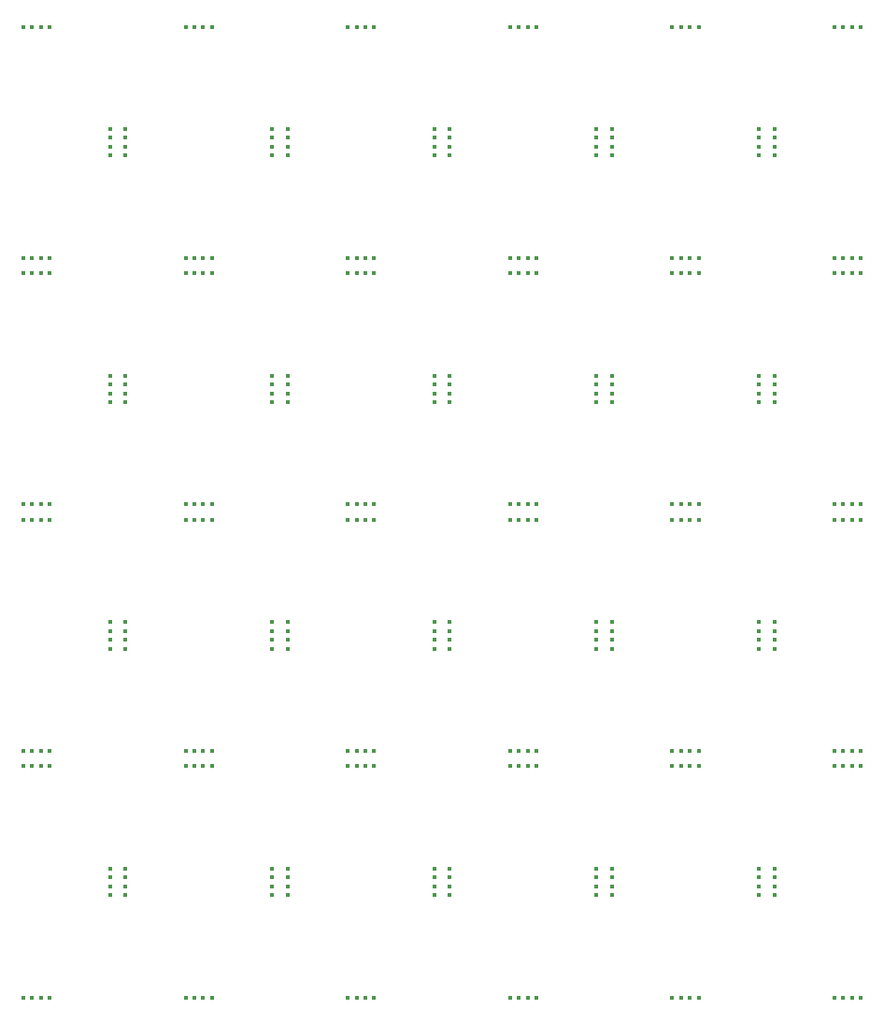
<source format=gbr>
%TF.GenerationSoftware,KiCad,Pcbnew,7.0.10-7.0.10~ubuntu22.04.1*%
%TF.CreationDate,2024-02-06T07:03:25+01:00*%
%TF.ProjectId,ManhattanPanels-SOIC16,4d616e68-6174-4746-916e-50616e656c73,rev?*%
%TF.SameCoordinates,Original*%
%TF.FileFunction,Soldermask,Bot*%
%TF.FilePolarity,Negative*%
%FSLAX46Y46*%
G04 Gerber Fmt 4.6, Leading zero omitted, Abs format (unit mm)*
G04 Created by KiCad (PCBNEW 7.0.10-7.0.10~ubuntu22.04.1) date 2024-02-06 07:03:25*
%MOMM*%
%LPD*%
G01*
G04 APERTURE LIST*
%ADD10C,0.400000*%
G04 APERTURE END LIST*
D10*
%TO.C,KiKit_MB_7_1*%
X125249978Y-46619508D03*
%TD*%
%TO.C,KiKit_MB_26_3*%
X119800000Y-58880000D03*
%TD*%
%TO.C,KiKit_MB_9_2*%
X147800000Y-36560000D03*
%TD*%
%TO.C,KiKit_MB_19_2*%
X170149978Y-46619565D03*
%TD*%
%TO.C,KiKit_MB_47_2*%
X111349979Y-91259565D03*
%TD*%
%TO.C,KiKit_MB_3_4*%
X112949978Y-46619678D03*
%TD*%
%TO.C,KiKit_MB_68_2*%
X112150000Y-92660000D03*
%TD*%
%TO.C,KiKit_MB_44_3*%
X185649978Y-68939622D03*
%TD*%
%TO.C,KiKit_MB_58_1*%
X157050000Y-70340000D03*
%TD*%
%TO.C,KiKit_MB_67_2*%
X118400000Y-103520000D03*
%TD*%
%TO.C,KiKit_MB_45_3*%
X118400000Y-80400000D03*
%TD*%
%TO.C,KiKit_MB_28_4*%
X125250000Y-48020000D03*
%TD*%
%TO.C,KiKit_MB_55_3*%
X141549978Y-91259622D03*
%TD*%
%TO.C,KiKit_MB_62_2*%
X170950000Y-70340000D03*
%TD*%
%TO.C,KiKit_MB_74_2*%
X134500000Y-102720000D03*
%TD*%
%TO.C,KiKit_MB_43_1*%
X186450000Y-48020000D03*
%TD*%
%TO.C,KiKit_MB_79_2*%
X162500000Y-103520000D03*
%TD*%
%TO.C,KiKit_MB_28_3*%
X126050000Y-48020000D03*
%TD*%
%TO.C,KiKit_MB_3_2*%
X111349979Y-46619565D03*
%TD*%
%TO.C,KiKit_MB_70_4*%
X119800000Y-104320000D03*
%TD*%
%TO.C,KiKit_MB_35_3*%
X162500000Y-58080000D03*
%TD*%
%TO.C,KiKit_MB_66_3*%
X185649978Y-91259622D03*
%TD*%
%TO.C,KiKit_MB_42_4*%
X178600000Y-59680000D03*
%TD*%
%TO.C,KiKit_MB_32_4*%
X139950000Y-48020000D03*
%TD*%
%TO.C,KiKit_MB_34_3*%
X149200000Y-58880000D03*
%TD*%
%TO.C,KiKit_MB_24_2*%
X112150000Y-48020000D03*
%TD*%
%TO.C,KiKit_MB_43_3*%
X184850000Y-48020000D03*
%TD*%
%TO.C,KiKit_MB_76_4*%
X139950000Y-92660000D03*
%TD*%
%TO.C,KiKit_MB_57_2*%
X162500000Y-81200000D03*
%TD*%
%TO.C,KiKit_MB_46_4*%
X110550000Y-70340000D03*
%TD*%
%TO.C,KiKit_MB_55_2*%
X140749978Y-91259565D03*
%TD*%
%TO.C,KiKit_MB_86_1*%
X178600000Y-101920000D03*
%TD*%
%TO.C,KiKit_MB_80_3*%
X155450000Y-92660000D03*
%TD*%
%TO.C,KiKit_MB_15_1*%
X154649978Y-46619508D03*
%TD*%
%TO.C,KiKit_MB_13_2*%
X162500000Y-36560000D03*
%TD*%
%TO.C,KiKit_MB_4_1*%
X119800000Y-34960000D03*
%TD*%
%TO.C,KiKit_MB_49_2*%
X133100000Y-81200000D03*
%TD*%
%TO.C,KiKit_MB_55_1*%
X139949978Y-91259508D03*
%TD*%
%TO.C,KiKit_MB_82_2*%
X163900000Y-102720000D03*
%TD*%
%TO.C,KiKit_MB_40_4*%
X169350000Y-48020000D03*
%TD*%
%TO.C,KiKit_MB_53_4*%
X147800000Y-79600000D03*
%TD*%
%TO.C,KiKit_MB_35_1*%
X162500000Y-59680000D03*
%TD*%
%TO.C,KiKit_MB_45_1*%
X118400000Y-82000000D03*
%TD*%
%TO.C,KiKit_MB_41_4*%
X171749978Y-68939678D03*
%TD*%
%TO.C,KiKit_MB_85_2*%
X170149978Y-113579565D03*
%TD*%
%TO.C,KiKit_MB_52_3*%
X134500000Y-81200000D03*
%TD*%
%TO.C,KiKit_MB_18_1*%
X171750000Y-25700000D03*
%TD*%
%TO.C,KiKit_MB_10_1*%
X142350000Y-25700000D03*
%TD*%
%TO.C,KiKit_MB_22_1*%
X184049978Y-46619508D03*
%TD*%
%TO.C,KiKit_MB_34_4*%
X149200000Y-59680000D03*
%TD*%
%TO.C,KiKit_MB_83_3*%
X177200000Y-102720000D03*
%TD*%
%TO.C,KiKit_MB_78_2*%
X149200000Y-102720000D03*
%TD*%
%TO.C,KiKit_MB_50_3*%
X126050000Y-70340000D03*
%TD*%
%TO.C,KiKit_MB_26_4*%
X119800000Y-59680000D03*
%TD*%
%TO.C,KiKit_MB_72_3*%
X126050000Y-92660000D03*
%TD*%
%TO.C,KiKit_MB_15_3*%
X156249978Y-46619622D03*
%TD*%
%TO.C,KiKit_MB_68_4*%
X110550000Y-92660000D03*
%TD*%
%TO.C,KiKit_MB_59_2*%
X155449978Y-91259565D03*
%TD*%
%TO.C,KiKit_MB_79_1*%
X162500000Y-104320000D03*
%TD*%
%TO.C,KiKit_MB_71_4*%
X133100000Y-101920000D03*
%TD*%
%TO.C,KiKit_MB_49_4*%
X133100000Y-79600000D03*
%TD*%
%TO.C,KiKit_MB_6_2*%
X126850000Y-25700000D03*
%TD*%
%TO.C,KiKit_MB_63_4*%
X171749978Y-91259678D03*
%TD*%
%TO.C,KiKit_MB_60_2*%
X163900000Y-80400000D03*
%TD*%
%TO.C,KiKit_MB_57_3*%
X162500000Y-80400000D03*
%TD*%
%TO.C,KiKit_MB_11_3*%
X141549978Y-46619622D03*
%TD*%
%TO.C,KiKit_MB_48_3*%
X119800000Y-81200000D03*
%TD*%
%TO.C,KiKit_MB_74_4*%
X134500000Y-104320000D03*
%TD*%
%TO.C,KiKit_MB_34_1*%
X149200000Y-57280000D03*
%TD*%
%TO.C,KiKit_MB_66_1*%
X184049978Y-91259508D03*
%TD*%
%TO.C,KiKit_MB_88_4*%
X186449978Y-113579678D03*
%TD*%
%TO.C,KiKit_MB_31_4*%
X147800000Y-57280000D03*
%TD*%
%TO.C,KiKit_MB_41_2*%
X170149978Y-68939565D03*
%TD*%
%TO.C,KiKit_MB_35_4*%
X162500000Y-57280000D03*
%TD*%
%TO.C,KiKit_MB_57_1*%
X162500000Y-82000000D03*
%TD*%
%TO.C,KiKit_MB_27_3*%
X133100000Y-58080000D03*
%TD*%
%TO.C,KiKit_MB_17_3*%
X177200000Y-35760000D03*
%TD*%
%TO.C,KiKit_MB_48_2*%
X119800000Y-80400000D03*
%TD*%
%TO.C,KiKit_MB_82_4*%
X163900000Y-104320000D03*
%TD*%
%TO.C,KiKit_MB_16_2*%
X163900000Y-35760000D03*
%TD*%
%TO.C,KiKit_MB_38_1*%
X163900000Y-57280000D03*
%TD*%
%TO.C,KiKit_MB_77_2*%
X140749978Y-113579565D03*
%TD*%
%TO.C,KiKit_MB_77_3*%
X141549978Y-113579622D03*
%TD*%
%TO.C,KiKit_MB_13_4*%
X162500000Y-34960000D03*
%TD*%
%TO.C,KiKit_MB_66_2*%
X184849978Y-91259565D03*
%TD*%
%TO.C,KiKit_MB_79_3*%
X162500000Y-102720000D03*
%TD*%
%TO.C,KiKit_MB_78_3*%
X149200000Y-103520000D03*
%TD*%
%TO.C,KiKit_MB_43_2*%
X185650000Y-48020000D03*
%TD*%
%TO.C,KiKit_MB_75_3*%
X147800000Y-102720000D03*
%TD*%
%TO.C,KiKit_MB_73_2*%
X126049978Y-113579565D03*
%TD*%
%TO.C,KiKit_MB_30_3*%
X134500000Y-58880000D03*
%TD*%
%TO.C,KiKit_MB_22_3*%
X185649978Y-46619622D03*
%TD*%
%TO.C,KiKit_MB_46_3*%
X111350000Y-70340000D03*
%TD*%
%TO.C,KiKit_MB_51_2*%
X126049978Y-91259565D03*
%TD*%
%TO.C,KiKit_MB_58_4*%
X154650000Y-70340000D03*
%TD*%
%TO.C,KiKit_MB_25_1*%
X110549979Y-68939508D03*
%TD*%
%TO.C,KiKit_MB_56_2*%
X149200000Y-80400000D03*
%TD*%
%TO.C,KiKit_MB_12_3*%
X149200000Y-36560000D03*
%TD*%
%TO.C,KiKit_MB_48_4*%
X119800000Y-82000000D03*
%TD*%
%TO.C,KiKit_MB_30_1*%
X134500000Y-57280000D03*
%TD*%
%TO.C,KiKit_MB_53_2*%
X147800000Y-81200000D03*
%TD*%
%TO.C,KiKit_MB_4_4*%
X119800000Y-37360000D03*
%TD*%
%TO.C,KiKit_MB_40_2*%
X170950000Y-48020000D03*
%TD*%
%TO.C,KiKit_MB_84_3*%
X170150000Y-92660000D03*
%TD*%
%TO.C,KiKit_MB_81_4*%
X157049978Y-113579678D03*
%TD*%
%TO.C,KiKit_MB_51_4*%
X127649978Y-91259678D03*
%TD*%
%TO.C,KiKit_MB_4_2*%
X119800000Y-35760000D03*
%TD*%
%TO.C,KiKit_MB_46_2*%
X112150000Y-70340000D03*
%TD*%
%TO.C,KiKit_MB_84_4*%
X169350000Y-92660000D03*
%TD*%
%TO.C,KiKit_MB_5_4*%
X133100000Y-34960000D03*
%TD*%
%TO.C,KiKit_MB_63_3*%
X170949978Y-91259622D03*
%TD*%
%TO.C,KiKit_MB_45_2*%
X118400000Y-81200000D03*
%TD*%
%TO.C,KiKit_MB_39_4*%
X177200000Y-57280000D03*
%TD*%
%TO.C,KiKit_MB_10_4*%
X139950000Y-25700000D03*
%TD*%
%TO.C,KiKit_MB_84_1*%
X171750000Y-92660000D03*
%TD*%
%TO.C,KiKit_MB_42_3*%
X178600000Y-58880000D03*
%TD*%
%TO.C,KiKit_MB_16_3*%
X163900000Y-36560000D03*
%TD*%
%TO.C,KiKit_MB_80_1*%
X157050000Y-92660000D03*
%TD*%
%TO.C,KiKit_MB_9_3*%
X147800000Y-35760000D03*
%TD*%
%TO.C,KiKit_MB_36_3*%
X155450000Y-48020000D03*
%TD*%
%TO.C,KiKit_MB_66_4*%
X186449978Y-91259678D03*
%TD*%
%TO.C,KiKit_MB_87_3*%
X184850000Y-92660000D03*
%TD*%
%TO.C,KiKit_MB_20_2*%
X178600000Y-35760000D03*
%TD*%
%TO.C,KiKit_MB_61_4*%
X177200000Y-79600000D03*
%TD*%
%TO.C,KiKit_MB_65_4*%
X184050000Y-70340000D03*
%TD*%
%TO.C,KiKit_MB_29_1*%
X125249978Y-68939508D03*
%TD*%
%TO.C,KiKit_MB_29_4*%
X127649978Y-68939678D03*
%TD*%
%TO.C,KiKit_MB_63_1*%
X169349978Y-91259508D03*
%TD*%
%TO.C,KiKit_MB_36_1*%
X157050000Y-48020000D03*
%TD*%
%TO.C,KiKit_MB_2_2*%
X112150000Y-25700000D03*
%TD*%
%TO.C,KiKit_MB_1_2*%
X118400000Y-36560000D03*
%TD*%
%TO.C,KiKit_MB_14_1*%
X157050000Y-25700000D03*
%TD*%
%TO.C,KiKit_MB_31_3*%
X147800000Y-58080000D03*
%TD*%
%TO.C,KiKit_MB_39_1*%
X177200000Y-59680000D03*
%TD*%
%TO.C,KiKit_MB_39_3*%
X177200000Y-58080000D03*
%TD*%
%TO.C,KiKit_MB_39_2*%
X177200000Y-58880000D03*
%TD*%
%TO.C,KiKit_MB_86_3*%
X178600000Y-103520000D03*
%TD*%
%TO.C,KiKit_MB_72_1*%
X127650000Y-92660000D03*
%TD*%
%TO.C,KiKit_MB_60_3*%
X163900000Y-81200000D03*
%TD*%
%TO.C,KiKit_MB_73_3*%
X126849978Y-113579622D03*
%TD*%
%TO.C,KiKit_MB_61_2*%
X177200000Y-81200000D03*
%TD*%
%TO.C,KiKit_MB_88_3*%
X185649978Y-113579622D03*
%TD*%
%TO.C,KiKit_MB_23_4*%
X118400000Y-57280000D03*
%TD*%
%TO.C,KiKit_MB_7_3*%
X126849978Y-46619622D03*
%TD*%
%TO.C,KiKit_MB_14_2*%
X156250000Y-25700000D03*
%TD*%
%TO.C,KiKit_MB_62_4*%
X169350000Y-70340000D03*
%TD*%
%TO.C,KiKit_MB_15_4*%
X157049978Y-46619678D03*
%TD*%
%TO.C,KiKit_MB_8_2*%
X134500000Y-35760000D03*
%TD*%
%TO.C,KiKit_MB_12_4*%
X149200000Y-37360000D03*
%TD*%
%TO.C,KiKit_MB_58_3*%
X155450000Y-70340000D03*
%TD*%
%TO.C,KiKit_MB_45_4*%
X118400000Y-79600000D03*
%TD*%
%TO.C,KiKit_MB_73_4*%
X127649978Y-113579678D03*
%TD*%
%TO.C,KiKit_MB_53_3*%
X147800000Y-80400000D03*
%TD*%
%TO.C,KiKit_MB_65_3*%
X184850000Y-70340000D03*
%TD*%
%TO.C,KiKit_MB_86_4*%
X178600000Y-104320000D03*
%TD*%
%TO.C,KiKit_MB_59_4*%
X157049978Y-91259678D03*
%TD*%
%TO.C,KiKit_MB_59_1*%
X154649978Y-91259508D03*
%TD*%
%TO.C,KiKit_MB_44_4*%
X186449978Y-68939678D03*
%TD*%
%TO.C,KiKit_MB_87_1*%
X186450000Y-92660000D03*
%TD*%
%TO.C,KiKit_MB_38_4*%
X163900000Y-59680000D03*
%TD*%
%TO.C,KiKit_MB_85_3*%
X170949978Y-113579622D03*
%TD*%
%TO.C,KiKit_MB_33_3*%
X141549978Y-68939622D03*
%TD*%
%TO.C,KiKit_MB_65_1*%
X186450000Y-70340000D03*
%TD*%
%TO.C,KiKit_MB_83_4*%
X177200000Y-101920000D03*
%TD*%
%TO.C,KiKit_MB_35_2*%
X162500000Y-58880000D03*
%TD*%
%TO.C,KiKit_MB_17_1*%
X177200000Y-37360000D03*
%TD*%
%TO.C,KiKit_MB_1_1*%
X118400000Y-37360000D03*
%TD*%
%TO.C,KiKit_MB_47_3*%
X112149978Y-91259622D03*
%TD*%
%TO.C,KiKit_MB_11_2*%
X140749978Y-46619565D03*
%TD*%
%TO.C,KiKit_MB_23_1*%
X118400000Y-59680000D03*
%TD*%
%TO.C,KiKit_MB_85_4*%
X171749978Y-113579678D03*
%TD*%
%TO.C,KiKit_MB_84_2*%
X170950000Y-92660000D03*
%TD*%
%TO.C,KiKit_MB_10_2*%
X141550000Y-25700000D03*
%TD*%
%TO.C,KiKit_MB_56_4*%
X149200000Y-82000000D03*
%TD*%
%TO.C,KiKit_MB_2_3*%
X111350000Y-25700000D03*
%TD*%
%TO.C,KiKit_MB_12_2*%
X149200000Y-35760000D03*
%TD*%
%TO.C,KiKit_MB_29_3*%
X126849978Y-68939622D03*
%TD*%
%TO.C,KiKit_MB_67_3*%
X118400000Y-102720000D03*
%TD*%
%TO.C,KiKit_MB_5_3*%
X133100000Y-35760000D03*
%TD*%
%TO.C,KiKit_MB_48_1*%
X119800000Y-79600000D03*
%TD*%
%TO.C,KiKit_MB_47_1*%
X110549979Y-91259508D03*
%TD*%
%TO.C,KiKit_MB_40_1*%
X171750000Y-48020000D03*
%TD*%
%TO.C,KiKit_MB_21_2*%
X185650000Y-25700000D03*
%TD*%
%TO.C,KiKit_MB_41_3*%
X170949978Y-68939622D03*
%TD*%
%TO.C,KiKit_MB_27_4*%
X133100000Y-57280000D03*
%TD*%
%TO.C,KiKit_MB_70_1*%
X119800000Y-101920000D03*
%TD*%
%TO.C,KiKit_MB_34_2*%
X149200000Y-58080000D03*
%TD*%
%TO.C,KiKit_MB_43_4*%
X184050000Y-48020000D03*
%TD*%
%TO.C,KiKit_MB_62_3*%
X170150000Y-70340000D03*
%TD*%
%TO.C,KiKit_MB_52_4*%
X134500000Y-82000000D03*
%TD*%
%TO.C,KiKit_MB_40_3*%
X170150000Y-48020000D03*
%TD*%
%TO.C,KiKit_MB_56_3*%
X149200000Y-81200000D03*
%TD*%
%TO.C,KiKit_MB_19_1*%
X169349978Y-46619508D03*
%TD*%
%TO.C,KiKit_MB_70_3*%
X119800000Y-103520000D03*
%TD*%
%TO.C,KiKit_MB_33_1*%
X139949978Y-68939508D03*
%TD*%
%TO.C,KiKit_MB_6_1*%
X127650000Y-25700000D03*
%TD*%
%TO.C,KiKit_MB_62_1*%
X171750000Y-70340000D03*
%TD*%
%TO.C,KiKit_MB_31_2*%
X147800000Y-58880000D03*
%TD*%
%TO.C,KiKit_MB_52_1*%
X134500000Y-79600000D03*
%TD*%
%TO.C,KiKit_MB_53_1*%
X147800000Y-82000000D03*
%TD*%
%TO.C,KiKit_MB_23_3*%
X118400000Y-58080000D03*
%TD*%
%TO.C,KiKit_MB_8_3*%
X134500000Y-36560000D03*
%TD*%
%TO.C,KiKit_MB_1_4*%
X118400000Y-34960000D03*
%TD*%
%TO.C,KiKit_MB_22_4*%
X186449978Y-46619678D03*
%TD*%
%TO.C,KiKit_MB_2_4*%
X110550000Y-25700000D03*
%TD*%
%TO.C,KiKit_MB_50_1*%
X127650000Y-70340000D03*
%TD*%
%TO.C,KiKit_MB_25_2*%
X111349979Y-68939565D03*
%TD*%
%TO.C,KiKit_MB_12_1*%
X149200000Y-34960000D03*
%TD*%
%TO.C,KiKit_MB_69_2*%
X111349979Y-113579565D03*
%TD*%
%TO.C,KiKit_MB_49_1*%
X133100000Y-82000000D03*
%TD*%
%TO.C,KiKit_MB_10_3*%
X140750000Y-25700000D03*
%TD*%
%TO.C,KiKit_MB_24_1*%
X112950000Y-48020000D03*
%TD*%
%TO.C,KiKit_MB_23_2*%
X118400000Y-58880000D03*
%TD*%
%TO.C,KiKit_MB_32_3*%
X140750000Y-48020000D03*
%TD*%
%TO.C,KiKit_MB_71_2*%
X133100000Y-103520000D03*
%TD*%
%TO.C,KiKit_MB_24_3*%
X111350000Y-48020000D03*
%TD*%
%TO.C,KiKit_MB_71_1*%
X133100000Y-104320000D03*
%TD*%
%TO.C,KiKit_MB_80_2*%
X156250000Y-92660000D03*
%TD*%
%TO.C,KiKit_MB_52_2*%
X134500000Y-80400000D03*
%TD*%
%TO.C,KiKit_MB_83_2*%
X177200000Y-103520000D03*
%TD*%
%TO.C,KiKit_MB_5_1*%
X133100000Y-37360000D03*
%TD*%
%TO.C,KiKit_MB_59_3*%
X156249978Y-91259622D03*
%TD*%
%TO.C,KiKit_MB_42_2*%
X178600000Y-58080000D03*
%TD*%
%TO.C,KiKit_MB_65_2*%
X185650000Y-70340000D03*
%TD*%
%TO.C,KiKit_MB_36_4*%
X154650000Y-48020000D03*
%TD*%
%TO.C,KiKit_MB_28_1*%
X127650000Y-48020000D03*
%TD*%
%TO.C,KiKit_MB_38_3*%
X163900000Y-58880000D03*
%TD*%
%TO.C,KiKit_MB_44_2*%
X184849978Y-68939565D03*
%TD*%
%TO.C,KiKit_MB_86_2*%
X178600000Y-102720000D03*
%TD*%
%TO.C,KiKit_MB_16_1*%
X163900000Y-34960000D03*
%TD*%
%TO.C,KiKit_MB_7_2*%
X126049978Y-46619565D03*
%TD*%
%TO.C,KiKit_MB_81_3*%
X156249978Y-113579622D03*
%TD*%
%TO.C,KiKit_MB_30_4*%
X134500000Y-59680000D03*
%TD*%
%TO.C,KiKit_MB_77_1*%
X139949978Y-113579508D03*
%TD*%
%TO.C,KiKit_MB_76_1*%
X142350000Y-92660000D03*
%TD*%
%TO.C,KiKit_MB_46_1*%
X112950000Y-70340000D03*
%TD*%
%TO.C,KiKit_MB_80_4*%
X154650000Y-92660000D03*
%TD*%
%TO.C,KiKit_MB_29_2*%
X126049978Y-68939565D03*
%TD*%
%TO.C,KiKit_MB_54_1*%
X142350000Y-70340000D03*
%TD*%
%TO.C,KiKit_MB_36_2*%
X156250000Y-48020000D03*
%TD*%
%TO.C,KiKit_MB_64_4*%
X178600000Y-82000000D03*
%TD*%
%TO.C,KiKit_MB_21_4*%
X184050000Y-25700000D03*
%TD*%
%TO.C,KiKit_MB_69_3*%
X112149978Y-113579622D03*
%TD*%
%TO.C,KiKit_MB_51_1*%
X125249978Y-91259508D03*
%TD*%
%TO.C,KiKit_MB_83_1*%
X177200000Y-104320000D03*
%TD*%
%TO.C,KiKit_MB_18_3*%
X170150000Y-25700000D03*
%TD*%
%TO.C,KiKit_MB_38_2*%
X163900000Y-58080000D03*
%TD*%
%TO.C,KiKit_MB_75_2*%
X147800000Y-103520000D03*
%TD*%
%TO.C,KiKit_MB_37_3*%
X156249978Y-68939622D03*
%TD*%
%TO.C,KiKit_MB_64_1*%
X178600000Y-79600000D03*
%TD*%
%TO.C,KiKit_MB_76_3*%
X140750000Y-92660000D03*
%TD*%
%TO.C,KiKit_MB_54_2*%
X141550000Y-70340000D03*
%TD*%
%TO.C,KiKit_MB_64_2*%
X178600000Y-80400000D03*
%TD*%
%TO.C,KiKit_MB_76_2*%
X141550000Y-92660000D03*
%TD*%
%TO.C,KiKit_MB_3_3*%
X112149978Y-46619622D03*
%TD*%
%TO.C,KiKit_MB_20_1*%
X178600000Y-34960000D03*
%TD*%
%TO.C,KiKit_MB_17_4*%
X177200000Y-34960000D03*
%TD*%
%TO.C,KiKit_MB_41_1*%
X169349978Y-68939508D03*
%TD*%
%TO.C,KiKit_MB_71_3*%
X133100000Y-102720000D03*
%TD*%
%TO.C,KiKit_MB_63_2*%
X170149978Y-91259565D03*
%TD*%
%TO.C,KiKit_MB_64_3*%
X178600000Y-81200000D03*
%TD*%
%TO.C,KiKit_MB_6_4*%
X125250000Y-25700000D03*
%TD*%
%TO.C,KiKit_MB_82_3*%
X163900000Y-103520000D03*
%TD*%
%TO.C,KiKit_MB_60_1*%
X163900000Y-79600000D03*
%TD*%
%TO.C,KiKit_MB_82_1*%
X163900000Y-101920000D03*
%TD*%
%TO.C,KiKit_MB_14_3*%
X155450000Y-25700000D03*
%TD*%
%TO.C,KiKit_MB_81_2*%
X155449978Y-113579565D03*
%TD*%
%TO.C,KiKit_MB_28_2*%
X126850000Y-48020000D03*
%TD*%
%TO.C,KiKit_MB_50_2*%
X126850000Y-70340000D03*
%TD*%
%TO.C,KiKit_MB_26_2*%
X119800000Y-58080000D03*
%TD*%
%TO.C,KiKit_MB_31_1*%
X147800000Y-59680000D03*
%TD*%
%TO.C,KiKit_MB_56_1*%
X149200000Y-79600000D03*
%TD*%
%TO.C,KiKit_MB_18_4*%
X169350000Y-25700000D03*
%TD*%
%TO.C,KiKit_MB_9_1*%
X147800000Y-37360000D03*
%TD*%
%TO.C,KiKit_MB_8_4*%
X134500000Y-37360000D03*
%TD*%
%TO.C,KiKit_MB_78_1*%
X149200000Y-101920000D03*
%TD*%
%TO.C,KiKit_MB_77_4*%
X142349978Y-113579678D03*
%TD*%
%TO.C,KiKit_MB_13_3*%
X162500000Y-35760000D03*
%TD*%
%TO.C,KiKit_MB_79_4*%
X162500000Y-101920000D03*
%TD*%
%TO.C,KiKit_MB_78_4*%
X149200000Y-104320000D03*
%TD*%
%TO.C,KiKit_MB_72_4*%
X125250000Y-92660000D03*
%TD*%
%TO.C,KiKit_MB_67_4*%
X118400000Y-101920000D03*
%TD*%
%TO.C,KiKit_MB_87_4*%
X184050000Y-92660000D03*
%TD*%
%TO.C,KiKit_MB_67_1*%
X118400000Y-104320000D03*
%TD*%
%TO.C,KiKit_MB_75_4*%
X147800000Y-101920000D03*
%TD*%
%TO.C,KiKit_MB_72_2*%
X126850000Y-92660000D03*
%TD*%
%TO.C,KiKit_MB_27_1*%
X133100000Y-59680000D03*
%TD*%
%TO.C,KiKit_MB_14_4*%
X154650000Y-25700000D03*
%TD*%
%TO.C,KiKit_MB_2_1*%
X112950000Y-25700000D03*
%TD*%
%TO.C,KiKit_MB_7_4*%
X127649978Y-46619678D03*
%TD*%
%TO.C,KiKit_MB_37_2*%
X155449978Y-68939565D03*
%TD*%
%TO.C,KiKit_MB_21_3*%
X184850000Y-25700000D03*
%TD*%
%TO.C,KiKit_MB_19_3*%
X170949978Y-46619622D03*
%TD*%
%TO.C,KiKit_MB_4_3*%
X119800000Y-36560000D03*
%TD*%
%TO.C,KiKit_MB_49_3*%
X133100000Y-80400000D03*
%TD*%
%TO.C,KiKit_MB_69_4*%
X112949978Y-113579678D03*
%TD*%
%TO.C,KiKit_MB_81_1*%
X154649978Y-113579508D03*
%TD*%
%TO.C,KiKit_MB_50_4*%
X125250000Y-70340000D03*
%TD*%
%TO.C,KiKit_MB_21_1*%
X186450000Y-25700000D03*
%TD*%
%TO.C,KiKit_MB_11_4*%
X142349978Y-46619678D03*
%TD*%
%TO.C,KiKit_MB_11_1*%
X139949978Y-46619508D03*
%TD*%
%TO.C,KiKit_MB_74_3*%
X134500000Y-103520000D03*
%TD*%
%TO.C,KiKit_MB_61_3*%
X177200000Y-80400000D03*
%TD*%
%TO.C,KiKit_MB_88_1*%
X184049978Y-113579508D03*
%TD*%
%TO.C,KiKit_MB_32_1*%
X142350000Y-48020000D03*
%TD*%
%TO.C,KiKit_MB_27_2*%
X133100000Y-58880000D03*
%TD*%
%TO.C,KiKit_MB_33_4*%
X142349978Y-68939678D03*
%TD*%
%TO.C,KiKit_MB_32_2*%
X141550000Y-48020000D03*
%TD*%
%TO.C,KiKit_MB_22_2*%
X184849978Y-46619565D03*
%TD*%
%TO.C,KiKit_MB_54_4*%
X139950000Y-70340000D03*
%TD*%
%TO.C,KiKit_MB_42_1*%
X178600000Y-57280000D03*
%TD*%
%TO.C,KiKit_MB_17_2*%
X177200000Y-36560000D03*
%TD*%
%TO.C,KiKit_MB_88_2*%
X184849978Y-113579565D03*
%TD*%
%TO.C,KiKit_MB_18_2*%
X170950000Y-25700000D03*
%TD*%
%TO.C,KiKit_MB_54_3*%
X140750000Y-70340000D03*
%TD*%
%TO.C,KiKit_MB_25_4*%
X112949978Y-68939678D03*
%TD*%
%TO.C,KiKit_MB_24_4*%
X110550000Y-48020000D03*
%TD*%
%TO.C,KiKit_MB_37_4*%
X157049978Y-68939678D03*
%TD*%
%TO.C,KiKit_MB_58_2*%
X156250000Y-70340000D03*
%TD*%
%TO.C,KiKit_MB_75_1*%
X147800000Y-104320000D03*
%TD*%
%TO.C,KiKit_MB_3_1*%
X110549979Y-46619508D03*
%TD*%
%TO.C,KiKit_MB_13_1*%
X162500000Y-37360000D03*
%TD*%
%TO.C,KiKit_MB_25_3*%
X112149978Y-68939622D03*
%TD*%
%TO.C,KiKit_MB_57_4*%
X162500000Y-79600000D03*
%TD*%
%TO.C,KiKit_MB_26_1*%
X119800000Y-57280000D03*
%TD*%
%TO.C,KiKit_MB_87_2*%
X185650000Y-92660000D03*
%TD*%
%TO.C,KiKit_MB_44_1*%
X184049978Y-68939508D03*
%TD*%
%TO.C,KiKit_MB_8_1*%
X134500000Y-34960000D03*
%TD*%
%TO.C,KiKit_MB_70_2*%
X119800000Y-102720000D03*
%TD*%
%TO.C,KiKit_MB_73_1*%
X125249978Y-113579508D03*
%TD*%
%TO.C,KiKit_MB_37_1*%
X154649978Y-68939508D03*
%TD*%
%TO.C,KiKit_MB_33_2*%
X140749978Y-68939565D03*
%TD*%
%TO.C,KiKit_MB_60_4*%
X163900000Y-82000000D03*
%TD*%
%TO.C,KiKit_MB_68_1*%
X112950000Y-92660000D03*
%TD*%
%TO.C,KiKit_MB_5_2*%
X133100000Y-36560000D03*
%TD*%
%TO.C,KiKit_MB_15_2*%
X155449978Y-46619565D03*
%TD*%
%TO.C,KiKit_MB_20_3*%
X178600000Y-36560000D03*
%TD*%
%TO.C,KiKit_MB_6_3*%
X126050000Y-25700000D03*
%TD*%
%TO.C,KiKit_MB_19_4*%
X171749978Y-46619678D03*
%TD*%
%TO.C,KiKit_MB_1_3*%
X118400000Y-35760000D03*
%TD*%
%TO.C,KiKit_MB_20_4*%
X178600000Y-37360000D03*
%TD*%
%TO.C,KiKit_MB_16_4*%
X163900000Y-37360000D03*
%TD*%
%TO.C,KiKit_MB_68_3*%
X111350000Y-92660000D03*
%TD*%
%TO.C,KiKit_MB_85_1*%
X169349978Y-113579508D03*
%TD*%
%TO.C,KiKit_MB_30_2*%
X134500000Y-58080000D03*
%TD*%
%TO.C,KiKit_MB_55_4*%
X142349978Y-91259678D03*
%TD*%
%TO.C,KiKit_MB_47_4*%
X112949978Y-91259678D03*
%TD*%
%TO.C,KiKit_MB_69_1*%
X110549979Y-113579508D03*
%TD*%
%TO.C,KiKit_MB_51_3*%
X126849978Y-91259622D03*
%TD*%
%TO.C,KiKit_MB_61_1*%
X177200000Y-82000000D03*
%TD*%
%TO.C,KiKit_MB_74_1*%
X134500000Y-101920000D03*
%TD*%
%TO.C,KiKit_MB_9_4*%
X147800000Y-34960000D03*
%TD*%
M02*

</source>
